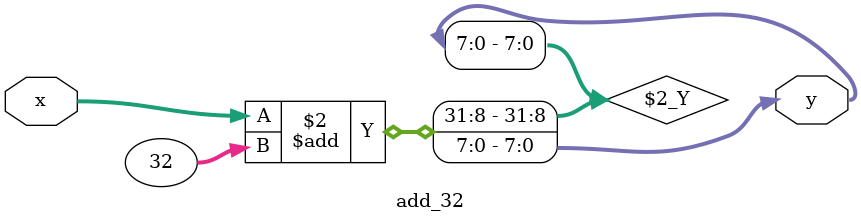
<source format=v>
`timescale 1ns / 1ps

module add_32(
    input [7:0] x,
    output reg [7:0] y
    );
    
    always @(*) begin
        y = x + 32;
    end
    
endmodule
</source>
